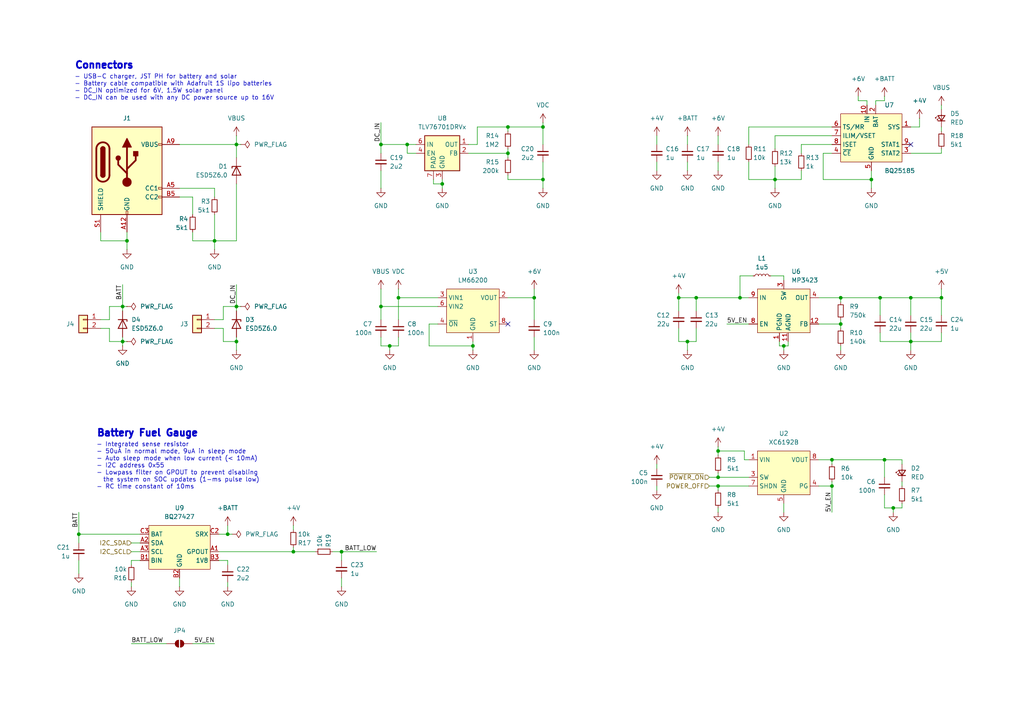
<source format=kicad_sch>
(kicad_sch (version 20231120) (generator "eeschema") (generator_version "8.0")
  (paper "A4")
  (junction (at 137.16 100.33))
  (junction (at 68.58 88.9))
  (junction (at 115.57 86.36))
  (junction (at 157.48 36.83))
  (junction (at 208.28 130.81))
  (junction (at 241.3 140.97))
  (junction (at 147.32 44.45))
  (junction (at 147.32 36.83))
  (junction (at 201.93 86.36))
  (junction (at 157.48 52.07))
  (junction (at 208.28 140.97))
  (junction (at 273.05 86.36))
  (junction (at 35.56 88.9))
  (junction (at 224.79 52.07))
  (junction (at 264.16 99.06))
  (junction (at 36.83 69.85))
  (junction (at 252.73 52.07))
  (junction (at 264.16 86.36))
  (junction (at 99.06 160.02))
  (junction (at 241.3 133.35))
  (junction (at 256.54 133.35))
  (junction (at 199.39 99.06))
  (junction (at 214.63 86.36))
  (junction (at 35.56 99.06))
  (junction (at 110.49 88.9))
  (junction (at 113.03 100.33))
  (junction (at 118.11 41.91))
  (junction (at 62.23 69.85))
  (junction (at 128.27 53.34))
  (junction (at 110.49 41.91))
  (junction (at 208.28 138.43))
  (junction (at 85.09 160.02))
  (junction (at 196.85 86.36))
  (junction (at 68.58 99.06))
  (junction (at 227.33 100.33))
  (junction (at 154.94 86.36))
  (junction (at 22.86 154.94))
  (junction (at 68.58 41.91))
  (junction (at 259.08 147.32))
  (junction (at 243.84 93.98))
  (junction (at 255.27 86.36))
  (junction (at 243.84 86.36))
  (junction (at 66.04 154.94))
  (no_connect (at 264.16 41.91))
  (no_connect (at 147.32 93.98))
  (wire (pts (xy 55.88 186.69) (xy 62.23 186.69)))
  (wire (pts (xy 205.74 138.43) (xy 208.28 138.43)))
  (wire (pts (xy 248.92 29.21) (xy 251.46 29.21)))
  (wire (pts (xy 208.28 147.32) (xy 208.28 148.59)))
  (wire (pts (xy 259.08 147.32) (xy 261.62 147.32)))
  (wire (pts (xy 238.76 44.45) (xy 241.3 44.45)))
  (wire (pts (xy 226.06 100.33) (xy 227.33 100.33)))
  (wire (pts (xy 157.48 52.07) (xy 147.32 52.07)))
  (wire (pts (xy 115.57 83.82) (xy 115.57 86.36)))
  (wire (pts (xy 38.1 168.91) (xy 38.1 170.18)))
  (wire (pts (xy 154.94 86.36) (xy 147.32 86.36)))
  (wire (pts (xy 190.5 46.99) (xy 190.5 49.53)))
  (wire (pts (xy 215.9 133.35) (xy 217.17 133.35)))
  (wire (pts (xy 256.54 147.32) (xy 259.08 147.32)))
  (wire (pts (xy 147.32 36.83) (xy 147.32 38.1)))
  (wire (pts (xy 273.05 43.18) (xy 273.05 44.45)))
  (wire (pts (xy 137.16 99.06) (xy 137.16 100.33)))
  (wire (pts (xy 255.27 86.36) (xy 264.16 86.36)))
  (wire (pts (xy 261.62 133.35) (xy 261.62 134.62)))
  (wire (pts (xy 199.39 99.06) (xy 196.85 99.06)))
  (wire (pts (xy 157.48 52.07) (xy 157.48 54.61)))
  (wire (pts (xy 115.57 100.33) (xy 115.57 97.79)))
  (wire (pts (xy 118.11 44.45) (xy 118.11 41.91)))
  (wire (pts (xy 147.32 43.18) (xy 147.32 44.45)))
  (wire (pts (xy 110.49 83.82) (xy 110.49 88.9)))
  (wire (pts (xy 190.5 134.62) (xy 190.5 135.89)))
  (wire (pts (xy 36.83 67.31) (xy 36.83 69.85)))
  (wire (pts (xy 208.28 137.16) (xy 208.28 138.43)))
  (wire (pts (xy 52.07 41.91) (xy 68.58 41.91)))
  (wire (pts (xy 208.28 39.37) (xy 208.28 41.91)))
  (wire (pts (xy 208.28 130.81) (xy 215.9 130.81)))
  (wire (pts (xy 248.92 27.94) (xy 248.92 29.21)))
  (wire (pts (xy 85.09 152.4) (xy 85.09 153.67)))
  (wire (pts (xy 208.28 129.54) (xy 208.28 130.81)))
  (wire (pts (xy 22.86 154.94) (xy 22.86 157.48)))
  (wire (pts (xy 273.05 83.82) (xy 273.05 86.36)))
  (wire (pts (xy 201.93 86.36) (xy 201.93 90.17)))
  (wire (pts (xy 254 29.21) (xy 254 30.48)))
  (wire (pts (xy 138.43 36.83) (xy 138.43 41.91)))
  (wire (pts (xy 38.1 160.02) (xy 40.64 160.02)))
  (wire (pts (xy 266.7 34.29) (xy 266.7 36.83)))
  (wire (pts (xy 261.62 139.7) (xy 261.62 140.97)))
  (wire (pts (xy 113.03 101.6) (xy 113.03 100.33)))
  (wire (pts (xy 52.07 57.15) (xy 55.88 57.15)))
  (wire (pts (xy 124.46 93.98) (xy 127 93.98)))
  (wire (pts (xy 35.56 88.9) (xy 35.56 90.17)))
  (wire (pts (xy 224.79 52.07) (xy 224.79 48.26)))
  (wire (pts (xy 273.05 36.83) (xy 273.05 38.1)))
  (wire (pts (xy 137.16 100.33) (xy 124.46 100.33)))
  (wire (pts (xy 38.1 186.69) (xy 48.26 186.69)))
  (wire (pts (xy 214.63 86.36) (xy 217.17 86.36)))
  (wire (pts (xy 273.05 44.45) (xy 264.16 44.45)))
  (wire (pts (xy 252.73 49.53) (xy 252.73 52.07)))
  (wire (pts (xy 190.5 39.37) (xy 190.5 41.91)))
  (wire (pts (xy 135.89 44.45) (xy 147.32 44.45)))
  (wire (pts (xy 210.82 93.98) (xy 217.17 93.98)))
  (wire (pts (xy 201.93 86.36) (xy 196.85 86.36)))
  (wire (pts (xy 68.58 88.9) (xy 69.85 88.9)))
  (wire (pts (xy 147.32 52.07) (xy 147.32 50.8)))
  (wire (pts (xy 154.94 83.82) (xy 154.94 86.36)))
  (wire (pts (xy 273.05 86.36) (xy 273.05 91.44)))
  (wire (pts (xy 237.49 93.98) (xy 243.84 93.98)))
  (wire (pts (xy 252.73 52.07) (xy 252.73 54.61)))
  (wire (pts (xy 68.58 99.06) (xy 68.58 101.6)))
  (wire (pts (xy 199.39 46.99) (xy 199.39 49.53)))
  (wire (pts (xy 224.79 39.37) (xy 224.79 43.18)))
  (wire (pts (xy 124.46 100.33) (xy 124.46 93.98)))
  (wire (pts (xy 232.41 52.07) (xy 232.41 49.53)))
  (wire (pts (xy 137.16 100.33) (xy 137.16 101.6)))
  (wire (pts (xy 190.5 140.97) (xy 190.5 142.24)))
  (wire (pts (xy 68.58 53.34) (xy 68.58 69.85)))
  (wire (pts (xy 115.57 86.36) (xy 115.57 92.71)))
  (wire (pts (xy 232.41 44.45) (xy 232.41 41.91)))
  (wire (pts (xy 99.06 160.02) (xy 109.22 160.02)))
  (wire (pts (xy 273.05 99.06) (xy 273.05 96.52)))
  (wire (pts (xy 31.75 95.25) (xy 31.75 99.06)))
  (wire (pts (xy 62.23 69.85) (xy 62.23 72.39)))
  (wire (pts (xy 138.43 36.83) (xy 147.32 36.83)))
  (wire (pts (xy 120.65 44.45) (xy 118.11 44.45)))
  (wire (pts (xy 154.94 86.36) (xy 154.94 92.71)))
  (wire (pts (xy 199.39 39.37) (xy 199.39 41.91)))
  (wire (pts (xy 147.32 44.45) (xy 147.32 45.72)))
  (wire (pts (xy 227.33 100.33) (xy 228.6 100.33)))
  (wire (pts (xy 256.54 27.94) (xy 256.54 29.21)))
  (wire (pts (xy 243.84 92.71) (xy 243.84 93.98)))
  (wire (pts (xy 196.85 86.36) (xy 196.85 90.17)))
  (wire (pts (xy 227.33 101.6) (xy 227.33 100.33)))
  (wire (pts (xy 36.83 69.85) (xy 36.83 72.39)))
  (wire (pts (xy 256.54 133.35) (xy 256.54 138.43)))
  (wire (pts (xy 110.49 88.9) (xy 110.49 92.71)))
  (wire (pts (xy 264.16 99.06) (xy 273.05 99.06)))
  (wire (pts (xy 251.46 29.21) (xy 251.46 30.48)))
  (wire (pts (xy 125.73 53.34) (xy 128.27 53.34)))
  (wire (pts (xy 115.57 86.36) (xy 127 86.36)))
  (wire (pts (xy 273.05 86.36) (xy 264.16 86.36)))
  (wire (pts (xy 241.3 133.35) (xy 241.3 134.62)))
  (wire (pts (xy 256.54 29.21) (xy 254 29.21)))
  (wire (pts (xy 241.3 133.35) (xy 256.54 133.35)))
  (wire (pts (xy 64.77 88.9) (xy 68.58 88.9)))
  (wire (pts (xy 62.23 95.25) (xy 64.77 95.25)))
  (wire (pts (xy 224.79 52.07) (xy 232.41 52.07)))
  (wire (pts (xy 66.04 154.94) (xy 63.5 154.94)))
  (wire (pts (xy 227.33 80.01) (xy 227.33 81.28)))
  (wire (pts (xy 113.03 100.33) (xy 115.57 100.33)))
  (wire (pts (xy 217.17 52.07) (xy 224.79 52.07)))
  (wire (pts (xy 241.3 139.7) (xy 241.3 140.97)))
  (wire (pts (xy 232.41 41.91) (xy 241.3 41.91)))
  (wire (pts (xy 237.49 133.35) (xy 241.3 133.35)))
  (wire (pts (xy 35.56 88.9) (xy 36.83 88.9)))
  (wire (pts (xy 243.84 100.33) (xy 243.84 101.6)))
  (wire (pts (xy 237.49 140.97) (xy 241.3 140.97)))
  (wire (pts (xy 264.16 86.36) (xy 264.16 91.44)))
  (wire (pts (xy 55.88 69.85) (xy 62.23 69.85)))
  (wire (pts (xy 69.85 41.91) (xy 68.58 41.91)))
  (wire (pts (xy 99.06 167.64) (xy 99.06 170.18)))
  (wire (pts (xy 208.28 46.99) (xy 208.28 49.53)))
  (wire (pts (xy 40.64 162.56) (xy 38.1 162.56)))
  (wire (pts (xy 215.9 130.81) (xy 215.9 133.35)))
  (wire (pts (xy 238.76 52.07) (xy 252.73 52.07)))
  (wire (pts (xy 147.32 36.83) (xy 157.48 36.83)))
  (wire (pts (xy 199.39 99.06) (xy 201.93 99.06)))
  (wire (pts (xy 38.1 162.56) (xy 38.1 163.83)))
  (wire (pts (xy 64.77 99.06) (xy 68.58 99.06)))
  (wire (pts (xy 223.52 80.01) (xy 227.33 80.01)))
  (wire (pts (xy 66.04 162.56) (xy 66.04 163.83)))
  (wire (pts (xy 243.84 86.36) (xy 255.27 86.36)))
  (wire (pts (xy 64.77 95.25) (xy 64.77 99.06)))
  (wire (pts (xy 125.73 52.07) (xy 125.73 53.34)))
  (wire (pts (xy 66.04 152.4) (xy 66.04 154.94)))
  (wire (pts (xy 255.27 99.06) (xy 255.27 96.52)))
  (wire (pts (xy 196.85 85.09) (xy 196.85 86.36)))
  (wire (pts (xy 63.5 160.02) (xy 85.09 160.02)))
  (wire (pts (xy 201.93 86.36) (xy 214.63 86.36)))
  (wire (pts (xy 62.23 62.23) (xy 62.23 69.85)))
  (wire (pts (xy 157.48 36.83) (xy 157.48 41.91)))
  (wire (pts (xy 55.88 69.85) (xy 55.88 67.31)))
  (wire (pts (xy 29.21 95.25) (xy 31.75 95.25)))
  (wire (pts (xy 35.56 97.79) (xy 35.56 99.06)))
  (wire (pts (xy 128.27 52.07) (xy 128.27 53.34)))
  (wire (pts (xy 96.52 160.02) (xy 99.06 160.02)))
  (wire (pts (xy 63.5 162.56) (xy 66.04 162.56)))
  (wire (pts (xy 110.49 88.9) (xy 127 88.9)))
  (wire (pts (xy 110.49 100.33) (xy 110.49 97.79)))
  (wire (pts (xy 64.77 92.71) (xy 64.77 88.9)))
  (wire (pts (xy 118.11 41.91) (xy 120.65 41.91)))
  (wire (pts (xy 243.84 86.36) (xy 243.84 87.63)))
  (wire (pts (xy 99.06 160.02) (xy 99.06 162.56)))
  (wire (pts (xy 31.75 88.9) (xy 35.56 88.9)))
  (wire (pts (xy 29.21 92.71) (xy 31.75 92.71)))
  (wire (pts (xy 68.58 39.37) (xy 68.58 41.91)))
  (wire (pts (xy 110.49 49.53) (xy 110.49 54.61)))
  (wire (pts (xy 256.54 133.35) (xy 261.62 133.35)))
  (wire (pts (xy 31.75 92.71) (xy 31.75 88.9)))
  (wire (pts (xy 22.86 162.56) (xy 22.86 166.37)))
  (wire (pts (xy 208.28 130.81) (xy 208.28 132.08)))
  (wire (pts (xy 237.49 86.36) (xy 243.84 86.36)))
  (wire (pts (xy 266.7 36.83) (xy 264.16 36.83)))
  (wire (pts (xy 205.74 140.97) (xy 208.28 140.97)))
  (wire (pts (xy 62.23 92.71) (xy 64.77 92.71)))
  (wire (pts (xy 208.28 140.97) (xy 208.28 142.24)))
  (wire (pts (xy 31.75 99.06) (xy 35.56 99.06)))
  (wire (pts (xy 208.28 138.43) (xy 217.17 138.43)))
  (wire (pts (xy 264.16 99.06) (xy 264.16 101.6)))
  (wire (pts (xy 217.17 41.91) (xy 217.17 36.83)))
  (wire (pts (xy 68.58 97.79) (xy 68.58 99.06)))
  (wire (pts (xy 66.04 168.91) (xy 66.04 170.18)))
  (wire (pts (xy 62.23 69.85) (xy 68.58 69.85)))
  (wire (pts (xy 214.63 80.01) (xy 218.44 80.01)))
  (wire (pts (xy 52.07 167.64) (xy 52.07 170.18)))
  (wire (pts (xy 226.06 100.33) (xy 226.06 99.06)))
  (wire (pts (xy 68.58 82.55) (xy 68.58 88.9)))
  (wire (pts (xy 157.48 35.56) (xy 157.48 36.83)))
  (wire (pts (xy 241.3 140.97) (xy 241.3 148.59)))
  (wire (pts (xy 22.86 148.59) (xy 22.86 154.94)))
  (wire (pts (xy 273.05 30.48) (xy 273.05 31.75)))
  (wire (pts (xy 208.28 140.97) (xy 217.17 140.97)))
  (wire (pts (xy 264.16 96.52) (xy 264.16 99.06)))
  (wire (pts (xy 256.54 143.51) (xy 256.54 147.32)))
  (wire (pts (xy 154.94 97.79) (xy 154.94 101.6)))
  (wire (pts (xy 66.04 154.94) (xy 67.31 154.94)))
  (wire (pts (xy 68.58 45.72) (xy 68.58 41.91)))
  (wire (pts (xy 29.21 67.31) (xy 29.21 69.85)))
  (wire (pts (xy 201.93 95.25) (xy 201.93 99.06)))
  (wire (pts (xy 85.09 160.02) (xy 91.44 160.02)))
  (wire (pts (xy 255.27 99.06) (xy 264.16 99.06)))
  (wire (pts (xy 62.23 54.61) (xy 62.23 57.15)))
  (wire (pts (xy 55.88 57.15) (xy 55.88 62.23)))
  (wire (pts (xy 29.21 69.85) (xy 36.83 69.85)))
  (wire (pts (xy 217.17 46.99) (xy 217.17 52.07)))
  (wire (pts (xy 217.17 36.83) (xy 241.3 36.83)))
  (wire (pts (xy 35.56 99.06) (xy 36.83 99.06)))
  (wire (pts (xy 228.6 99.06) (xy 228.6 100.33)))
  (wire (pts (xy 35.56 82.55) (xy 35.56 88.9)))
  (wire (pts (xy 113.03 100.33) (xy 110.49 100.33)))
  (wire (pts (xy 110.49 41.91) (xy 110.49 44.45)))
  (wire (pts (xy 22.86 154.94) (xy 40.64 154.94)))
  (wire (pts (xy 241.3 39.37) (xy 224.79 39.37)))
  (wire (pts (xy 255.27 86.36) (xy 255.27 91.44)))
  (wire (pts (xy 196.85 99.06) (xy 196.85 95.25)))
  (wire (pts (xy 52.07 54.61) (xy 62.23 54.61)))
  (wire (pts (xy 157.48 46.99) (xy 157.48 52.07)))
  (wire (pts (xy 238.76 44.45) (xy 238.76 52.07)))
  (wire (pts (xy 214.63 86.36) (xy 214.63 80.01)))
  (wire (pts (xy 261.62 146.05) (xy 261.62 147.32)))
  (wire (pts (xy 68.58 88.9) (xy 68.58 90.17)))
  (wire (pts (xy 35.56 99.06) (xy 35.56 100.33)))
  (wire (pts (xy 85.09 158.75) (xy 85.09 160.02)))
  (wire (pts (xy 227.33 146.05) (xy 227.33 148.59)))
  (wire (pts (xy 110.49 41.91) (xy 118.11 41.91)))
  (wire (pts (xy 138.43 41.91) (xy 135.89 41.91)))
  (wire (pts (xy 128.27 53.34) (xy 128.27 54.61)))
  (wire (pts (xy 224.79 54.61) (xy 224.79 52.07)))
  (wire (pts (xy 38.1 157.48) (xy 40.64 157.48)))
  (wire (pts (xy 199.39 101.6) (xy 199.39 99.06)))
  (wire (pts (xy 110.49 35.56) (xy 110.49 41.91)))
  (wire (pts (xy 259.08 147.32) (xy 259.08 148.59)))
  (wire (pts (xy 243.84 93.98) (xy 243.84 95.25)))
  (text "- Iq 10nA in shutdown\n- ~{POWER_ON} pull low to wake from sleep\n- Pulse SHDN high to enter sleep mode\n" (at 302.26 133.35 0) (effects (font (size 1.27 1.27)) (justify left top)))
  (text "Battery Charger" (at 208.28 -20.32 0) (effects (font (size 2 2) (thickness 0.508) (bold yes)) (justify left)))
  (text "Linear Regulator" (at 129.54 -38.1 0) (effects (font (size 2 2) (thickness 0.508) (bold yes)) (justify left)))
  (text "Power Multiplexer" (at 129.54 -19.05 0) (effects (font (size 2 2) (thickness 0.508) (bold yes)) (justify left)))
  (text "Battery Fuel Gauge" (at 27.94 125.73 0) (effects (font (size 2 2) (thickness 0.508) (bold yes)) (justify left)))
  (text "Load Switch" (at 302.26 130.81 0) (effects (font (size 2 2) (thickness 0.508) (bold yes)) (justify left)))
  (text "5V Boost Converter" (at 302.26 86.36 0) (effects (font (size 2 2) (thickness 0.508) (bold yes)) (justify left)))
  (text "- Input current limit of 1A\n- Charge voltage 4.2V\n- Fast charge current 500mA\n" (at 208.28 -17.78 0) (effects (font (size 1.27 1.27)) (justify left top)))
  (text "- USB-C charger, JST PH for battery and solar\n- Battery cable compatible with Adafruit 1S lipo batteries\n- DC_IN optimized for 6V, 1.5W solar panel\n- DC_IN can be used with any DC power source up to 16V" (at 21.59 21.59 0) (effects (font (size 1.27 1.27)) (justify left top)))
  (text "- Input 1.6V - 5.5V\n- Up to 2.5A per channel\n- 1.32uA Iq" (at 129.54 -16.51 0) (effects (font (size 1.27 1.27)) (justify left top)))
  (text "Connectors" (at 21.59 19.05 0) (effects (font (size 2 2) (thickness 0.508) (bold yes)) (justify left)))
  (text "- VDC set point to 5.6V\n- VDC tracks DC_IN when DC_IN < 5.6 + V_DO\n- V_DO is 0.4V @ 500mA\n- VDC 2.5V - 16V\n- Iout up to 1A\n- Iq is 50 uA (1.5uA in shutdown)" (at 129.54 -35.56 0) (effects (font (size 1.27 1.27)) (justify left top)))
  (text "- Output 5.13V, 3A\n- 0.807*(1+R1/R2)\n- R1 > 600k\n- Low ESR caps\n- EN high when > 1.2V" (at 302.26 88.9 0) (effects (font (size 1.27 1.27)) (justify left top)))
  (text "- Integrated sense resistor\n- 50uA in normal mode, 9uA in sleep mode\n- Auto sleep mode when low current (< 10mA)\n- I2C address 0x55\n- Lowpass filter on GPOUT to prevent disabling \n  the system on SOC updates (1-ms pulse low)\n- RC time constant of 10ms" (at 27.94 128.27 0) (effects (font (size 1.27 1.27)) (justify left top)))
  (label "5V_EN" (at 210.82 93.98 0))
  (label "BATT_LOW" (at 109.22 160.02 180))
  (label "5V_EN" (at 62.23 186.69 180))
  (label "BATT" (at 35.56 82.55 270))
  (label "DC_IN" (at 68.58 82.55 270))
  (label "5V_EN" (at 241.3 148.59 90))
  (label "DC_IN" (at 110.49 35.56 270))
  (label "BATT_LOW" (at 38.1 186.69 0))
  (label "BATT" (at 22.86 148.59 270))
  (hierarchical_label "~{POWER_ON}" (shape input) (at 205.74 138.43 180))
  (hierarchical_label "POWER_OFF" (shape input) (at 205.74 140.97 180))
  (hierarchical_label "I2C_SDA" (shape input) (at 38.1 157.48 180))
  (hierarchical_label "I2C_SCL" (shape input) (at 38.1 160.02 180))
  (symbol (lib_id "Device:R_Small") (at 208.28 144.78 0) (unit 1)
    (property "Reference" "R8" (at 210.82 143.51 0) (effects (justify left)))
    (property "Value" "5k1" (at 210.82 146.05 0) (effects (justify left)))
    (property "Footprint" "Resistor_SMD:R_0402_1005Metric" (effects (hide yes)))
    (property "Description" "generic 0603 resistor, 1/10W, 1%" (effects (hide yes)))
  )
  (symbol (lib_id "power:GND") (at 224.79 54.61 0) (unit 1)
    (property "Reference" "#PWR056" (effects (hide yes)))
    (property "Value" "GND" (at 224.79 59.69 0))
    (property "Description" "Power symbol creates a global label with name \"GND\" , ground" (effects (hide yes)))
  )
  (symbol (lib_id "power:GND") (at 110.49 54.61 0) (unit 1)
    (property "Reference" "#PWR024" (effects (hide yes)))
    (property "Value" "GND" (at 110.49 59.69 0))
    (property "Description" "Power symbol creates a global label with name \"GND\" , ground" (effects (hide yes)))
  )
  (symbol (lib_id "power:+6V") (at 248.92 27.94 0) (unit 1)
    (property "Reference" "#PWR047" (effects (hide yes)))
    (property "Value" "+6V" (at 248.92 22.86 0))
    (property "Description" "Power symbol creates a global label with name \"+6V\"" (effects (hide yes)))
  )
  (symbol (lib_id "power:PWR_FLAG") (at 36.83 88.9 270) (unit 1)
    (property "Reference" "#FLG04" (effects (hide yes)))
    (property "Value" "PWR_FLAG" (at 40.64 88.8999 90) (effects (justify left)))
    (property "Description" "Special symbol for telling ERC where power comes from" (effects (hide yes)))
  )
  (symbol (lib_id "Device:C_Small") (at 273.05 93.98 0) (unit 1)
    (property "Reference" "C24" (at 275.59 92.7162 0) (effects (justify left)))
    (property "Value" "1u" (at 275.59 95.2562 0) (effects (justify left)))
    (property "Footprint" "Capacitor_SMD:C_0402_1005Metric" (effects (hide yes)))
    (property "Description" "generic 0603 capacitor, 10V, low ESR" (effects (hide yes)))
  )
  (symbol (lib_id "power:GND") (at 22.86 166.37 0) (unit 1)
    (property "Reference" "#PWR060" (effects (hide yes)))
    (property "Value" "GND" (at 22.86 171.45 0))
    (property "Description" "Power symbol creates a global label with name \"GND\" , ground" (effects (hide yes)))
  )
  (symbol (lib_id "power:GND") (at 264.16 101.6 0) (unit 1)
    (property "Reference" "#PWR046" (effects (hide yes)))
    (property "Value" "GND" (at 264.16 106.68 0))
    (property "Description" "Power symbol creates a global label with name \"GND\" , ground" (effects (hide yes)))
  )
  (symbol (lib_id "Device:R_Small") (at 224.79 45.72 0) (mirror y) (unit 1)
    (property "Reference" "R12" (at 226.06 44.45 0) (effects (justify right)))
    (property "Value" "13k" (at 226.06 46.99 0) (effects (justify right)))
    (property "Footprint" "Resistor_SMD:R_0402_1005Metric" (effects (hide yes)))
    (property "Description" "generic 0603 resistor, 1/10W" (effects (hide yes)))
  )
  (symbol (lib_id "power:GND") (at 52.07 170.18 0) (unit 1)
    (property "Reference" "#PWR063" (effects (hide yes)))
    (property "Value" "GND" (at 52.07 175.26 0))
    (property "Description" "Power symbol creates a global label with name \"GND\" , ground" (effects (hide yes)))
  )
  (symbol (lib_id "power:GND") (at 199.39 101.6 0) (unit 1)
    (property "Reference" "#PWR043" (effects (hide yes)))
    (property "Value" "GND" (at 199.39 106.68 0))
    (property "Description" "Power symbol creates a global label with name \"GND\" , ground" (effects (hide yes)))
  )
  (symbol (lib_id "Device:R_Small") (at 147.32 40.64 0) (mirror y) (unit 1)
    (property "Reference" "R14" (at 144.78 39.3699 0) (effects (justify left)))
    (property "Value" "1M2" (at 144.78 41.9099 0) (effects (justify left)))
    (property "Footprint" "Resistor_SMD:R_0402_1005Metric" (effects (hide yes)))
    (property "Description" "Resistor, small symbol" (effects (hide yes)))
  )
  (symbol (lib_id "Device:R_Small") (at 273.05 40.64 180) (unit 1)
    (property "Reference" "R18" (at 275.59 39.3699 0) (effects (justify right)))
    (property "Value" "5k1" (at 275.59 41.9099 0) (effects (justify right)))
    (property "Footprint" "Resistor_SMD:R_0402_1005Metric" (effects (hide yes)))
    (property "Description" "generic 0603 resistor, 1/10W, 1%" (effects (hide yes)))
  )
  (symbol (lib_id "power:GND") (at 99.06 170.18 0) (unit 1)
    (property "Reference" "#PWR068" (effects (hide yes)))
    (property "Value" "GND" (at 99.06 175.26 0))
    (property "Description" "Power symbol creates a global label with name \"GND\" , ground" (effects (hide yes)))
  )
  (symbol (lib_id "power:GND") (at 154.94 101.6 0) (unit 1)
    (property "Reference" "#PWR032" (effects (hide yes)))
    (property "Value" "GND" (at 154.94 106.68 0))
    (property "Description" "Power symbol creates a global label with name \"GND\" , ground" (effects (hide yes)))
  )
  (symbol (lib_id "power:GND") (at 137.16 101.6 0) (unit 1)
    (property "Reference" "#PWR031" (effects (hide yes)))
    (property "Value" "GND" (at 137.16 106.68 0))
    (property "Description" "Power symbol creates a global label with name \"GND\" , ground" (effects (hide yes)))
  )
  (symbol (lib_id "power:GND") (at 128.27 54.61 0) (unit 1)
    (property "Reference" "#PWR061" (effects (hide yes)))
    (property "Value" "GND" (at 128.27 59.69 0))
    (property "Description" "Power symbol creates a global label with name \"GND\" , ground" (effects (hide yes)))
  )
  (symbol (lib_id "Device:C_Small") (at 190.5 44.45 0) (unit 1)
    (property "Reference" "C16" (at 193.04 43.1862 0) (effects (justify left)))
    (property "Value" "1u" (at 193.04 45.7262 0) (effects (justify left)))
    (property "Footprint" "Capacitor_SMD:C_0402_1005Metric" (effects (hide yes)))
    (property "Description" "generic 0603 capacitor, 10V, low ESR" (effects (hide yes)))
  )
  (symbol (lib_id "power:GND") (at 252.73 54.61 0) (unit 1)
    (property "Reference" "#PWR057" (effects (hide yes)))
    (property "Value" "GND" (at 252.73 59.69 0))
    (property "Description" "Power symbol creates a global label with name \"GND\" , ground" (effects (hide yes)))
  )
  (symbol (lib_id "power:+4V") (at 208.28 129.54 0) (unit 1)
    (property "Reference" "#PWR016" (effects (hide yes)))
    (property "Value" "+4V" (at 208.28 124.46 0))
    (property "Description" "Power symbol creates a global label with name \"+4V\"" (effects (hide yes)))
  )
  (symbol (lib_id "Device:R_Small") (at 232.41 46.99 0) (unit 1)
    (property "Reference" "R13" (at 233.68 45.72 0) (effects (justify left)))
    (property "Value" "1k" (at 233.68 48.26 0) (effects (justify left)))
    (property "Footprint" "Resistor_SMD:R_0402_1005Metric" (effects (hide yes)))
    (property "Description" "generic 0603 resistor, 1/10W" (effects (hide yes)))
  )
  (symbol (lib_id "power:GND") (at 190.5 142.24 0) (unit 1)
    (property "Reference" "#PWR020" (effects (hide yes)))
    (property "Value" "GND" (at 190.5 147.32 0))
    (property "Description" "Power symbol creates a global label with name \"GND\" , ground" (effects (hide yes)))
  )
  (symbol (lib_id "power:VBUS") (at 110.49 83.82 0) (unit 1)
    (property "Reference" "#PWR027" (effects (hide yes)))
    (property "Value" "VBUS" (at 110.49 78.74 0))
    (property "Description" "Power symbol creates a global label with name \"VBUS\"" (effects (hide yes)))
  )
  (symbol (lib_id "power:GND") (at 35.56 100.33 0) (unit 1)
    (property "Reference" "#PWR025" (effects (hide yes)))
    (property "Value" "GND" (at 35.56 105.41 0))
    (property "Description" "Power symbol creates a global label with name \"GND\" , ground" (effects (hide yes)))
  )
  (symbol (lib_id "Diode:ESD5Zxx") (at 68.58 93.98 270) (unit 1)
    (property "Reference" "D3" (at 71.12 92.7099 90) (effects (justify left)))
    (property "Value" "ESD5Z6.0" (at 71.12 95.2499 90) (effects (justify left)))
    (property "Footprint" "Diode_SMD:D_SOD-523" (effects (hide yes)))
    (property "Datasheet" "https://www.onsemi.com/pdf/datasheet/esd5z2.5t1-d.pdf" (effects (hide yes)))
    (property "Description" "generic ESD protection diode, SOD-523, 6V VWM" (effects (hide yes)))
    (property "MPN" "ESD5Z6.0T1G" (effects (hide yes)))
    (property "DigiKey" "ESD5Z6.0T1GOSCT-ND" (effects (hide yes)))
    (property "LCSC" "C2890110" (effects (hide yes)))
  )
  (symbol (lib_id "power:+BATT") (at 66.04 152.4 0) (unit 1)
    (property "Reference" "#PWR019" (effects (hide yes)))
    (property "Value" "+BATT" (at 66.04 147.32 0))
    (property "Description" "Power symbol creates a global label with name \"+BATT\"" (effects (hide yes)))
  )
  (symbol (lib_id "Jumper:SolderJumper_2_Open") (at 52.07 186.69 180) (unit 1) (exclude_from_sim yes) (in_bom no)
    (property "Reference" "JP4" (at 52.07 182.88 0))
    (property "Value" "SolderJumper_2_Open" (effects (hide yes)))
    (property "Footprint" "Jumper:SolderJumper-2_P1.3mm_Open_RoundedPad1.0x1.5mm" (effects (hide yes)))
    (property "Description" "Solder Jumper, 2-pole, open" (effects (hide yes)))
  )
  (symbol (lib_id "Device:R_Small") (at 38.1 166.37 180) (unit 1)
    (property "Reference" "R16" (at 36.83 167.64 0) (effects (justify left)))
    (property "Value" "10k" (at 36.83 165.1 0) (effects (justify left)))
    (property "Footprint" "Resistor_SMD:R_0402_1005Metric" (effects (hide yes)))
    (property "Description" "generic 0603 resistor, 1/10W, 1%" (effects (hide yes)))
  )
  (symbol (lib_id "power:+5V") (at 273.05 83.82 0) (unit 1)
    (property "Reference" "#PWR033" (effects (hide yes)))
    (property "Value" "+5V" (at 273.05 78.74 0))
    (property "Description" "Power symbol creates a global label with name \"+5V\"" (effects (hide yes)))
  )
  (symbol (lib_id "power:+4V") (at 266.7 34.29 0) (unit 1)
    (property "Reference" "#PWR049" (effects (hide yes)))
    (property "Value" "+4V" (at 266.7 29.21 0))
    (property "Description" "Power symbol creates a global label with name \"+4V\"" (effects (hide yes)))
  )
  (symbol (lib_id "Device:C_Small") (at 190.5 138.43 0) (mirror y) (unit 1)
    (property "Reference" "C5" (at 187.96 137.1662 0) (effects (justify left)))
    (property "Value" "100n" (at 187.96 139.7062 0) (effects (justify left)))
    (property "Footprint" "Capacitor_SMD:C_0402_1005Metric" (effects (hide yes)))
    (property "Description" "generic 0603 capacitor, 10V, low ESR" (effects (hide yes)))
  )
  (symbol (lib_id "power:PWR_FLAG") (at 69.85 88.9 270) (unit 1)
    (property "Reference" "#FLG03" (effects (hide yes)))
    (property "Value" "PWR_FLAG" (at 73.66 88.8999 90) (effects (justify left)))
    (property "Description" "Special symbol for telling ERC where power comes from" (effects (hide yes)))
  )
  (symbol (lib_id "Device:R_Small") (at 243.84 97.79 0) (unit 1)
    (property "Reference" "R10" (at 246.38 96.5199 0) (effects (justify left)))
    (property "Value" "140k" (at 246.38 99.0599 0) (effects (justify left)))
    (property "Footprint" "Resistor_SMD:R_0402_1005Metric" (effects (hide yes)))
    (property "Description" "generic 0603 resistor, 1/10W, 1%" (effects (hide yes)))
  )
  (symbol (lib_id "power:GND") (at 66.04 170.18 0) (unit 1)
    (property "Reference" "#PWR064" (effects (hide yes)))
    (property "Value" "GND" (at 66.04 175.26 0))
    (property "Description" "Power symbol creates a global label with name \"GND\" , ground" (effects (hide yes)))
  )
  (symbol (lib_id "power:GND") (at 243.84 101.6 0) (unit 1)
    (property "Reference" "#PWR045" (effects (hide yes)))
    (property "Value" "GND" (at 243.84 106.68 0))
    (property "Description" "Power symbol creates a global label with name \"GND\" , ground" (effects (hide yes)))
  )
  (symbol (lib_id "power:+6V") (at 208.28 39.37 0) (unit 1)
    (property "Reference" "#PWR052" (effects (hide yes)))
    (property "Value" "+6V" (at 208.28 34.29 0))
    (property "Description" "Power symbol creates a global label with name \"+6V\"" (effects (hide yes)))
  )
  (symbol (lib_id "Device:L_Small") (at 220.98 80.01 90) (unit 1)
    (property "Reference" "L1" (at 220.98 74.93 90))
    (property "Value" "1u5" (at 220.98 77.47 90))
    (property "Footprint" "gworkman_device:L_Vishay_IHLP-2525" (effects (hide yes)))
    (property "Description" "1.5uH inductor, 9A, low DCR, 2525 footprint" (effects (hide yes)))
    (property "MPN" "IHLP2525CZER1R5M01" (effects (hide yes)))
    (property "DigiKey" "541-1007-1-ND" (effects (hide yes)))
    (property "LCSC" "C845020" (effects (hide yes)))
  )
  (symbol (lib_id "Device:C_Small") (at 115.57 95.25 0) (unit 1)
    (property "Reference" "C8" (at 118.11 93.9862 0) (effects (justify left)))
    (property "Value" "100n" (at 118.11 96.5262 0) (effects (justify left)))
    (property "Footprint" "Capacitor_SMD:C_0402_1005Metric" (effects (hide yes)))
    (property "Description" "generic 0603 capacitor, 10V, low ESR" (effects (hide yes)))
  )
  (symbol (lib_id "gworkman_power:MP3423") (at 227.33 90.17 0) (unit 1)
    (property "Reference" "U6" (at 229.5241 78.74 0) (effects (justify left)))
    (property "Value" "MP3423" (at 229.5241 81.28 0) (effects (justify left)))
    (property "Footprint" "gworkman_power:MPS_PowerQFN-14_2x2mm" (effects (hide yes)))
    (property "Datasheet" "https://www.monolithicpower.com/en/documentview/productdocument/index/version/2/document_type/Datasheet/lang/en/sku/MP3423/document_id/1159" (effects (hide yes)))
    (property "Description" "High-efficiency step-up converter, 1.9-5.5V input, 5V output, 3.1A load, 98% efficiency" (effects (hide yes)))
    (property "MPN" "MP3423GG-Z" (effects (hide yes)))
    (property "DigiKey" "1589-1642-1-ND" (effects (hide yes)))
    (property "LCSC" "C2682483" (effects (hide yes)))
  )
  (symbol (lib_id "power:GND") (at 199.39 49.53 0) (unit 1)
    (property "Reference" "#PWR054" (effects (hide yes)))
    (property "Value" "GND" (at 199.39 54.61 0))
    (property "Description" "Power symbol creates a global label with name \"GND\" , ground" (effects (hide yes)))
  )
  (symbol (lib_id "power:PWR_FLAG") (at 69.85 41.91 270) (unit 1)
    (property "Reference" "#FLG02" (effects (hide yes)))
    (property "Value" "PWR_FLAG" (at 73.66 41.9099 90) (effects (justify left)))
    (property "Description" "Special symbol for telling ERC where power comes from" (effects (hide yes)))
  )
  (symbol (lib_id "Device:C_Small") (at 196.85 92.71 0) (mirror y) (unit 1)
    (property "Reference" "C12" (at 194.31 91.4462 0) (effects (justify left)))
    (property "Value" "22u" (at 194.31 93.9862 0) (effects (justify left)))
    (property "Footprint" "Capacitor_SMD:C_0805_2012Metric" (effects (hide yes)))
    (property "Description" "22uF 0804 ceramic capacitor, low ESR (X5R or X7R)" (effects (hide yes)))
  )
  (symbol (lib_id "Device:C_Small") (at 22.86 160.02 0) (mirror y) (unit 1)
    (property "Reference" "C21" (at 20.32 158.7562 0) (effects (justify left)))
    (property "Value" "1u" (at 20.32 161.2962 0) (effects (justify left)))
    (property "Footprint" "Capacitor_SMD:C_0402_1005Metric" (effects (hide yes)))
    (property "Description" "generic 0603 capacitor, 10V, low ESR" (effects (hide yes)))
  )
  (symbol (lib_id "power:+4V") (at 85.09 152.4 0) (unit 1)
    (property "Reference" "#PWR066" (effects (hide yes)))
    (property "Value" "+4V" (at 85.09 147.32 0))
    (property "Description" "Power symbol creates a global label with name \"+4V\"" (effects (hide yes)))
  )
  (symbol (lib_id "power:VDC") (at 157.48 35.56 0) (unit 1)
    (property "Reference" "#PWR018" (effects (hide yes)))
    (property "Value" "VDC" (at 157.48 30.48 0))
    (property "Description" "Power symbol creates a global label with name \"VDC\"" (effects (hide yes)))
  )
  (symbol (lib_id "power:PWR_FLAG") (at 36.83 99.06 270) (unit 1)
    (property "Reference" "#FLG05" (effects (hide yes)))
    (property "Value" "PWR_FLAG" (at 40.64 99.0599 90) (effects (justify left)))
    (property "Description" "Special symbol for telling ERC where power comes from" (effects (hide yes)))
  )
  (symbol (lib_id "Device:R_Small") (at 85.09 156.21 0) (mirror x) (unit 1)
    (property "Reference" "R17" (at 86.36 157.48 0) (effects (justify left)))
    (property "Value" "10k" (at 86.36 154.94 0) (effects (justify left)))
    (property "Footprint" "Resistor_SMD:R_0402_1005Metric" (effects (hide yes)))
    (property "Description" "generic 0603 resistor, 1/10W, 1%" (effects (hide yes)))
  )
  (symbol (lib_id "power:GND") (at 62.23 72.39 0) (unit 1)
    (property "Reference" "#PWR015" (effects (hide yes)))
    (property "Value" "GND" (at 62.23 77.47 0))
    (property "Description" "Power symbol creates a global label with name \"GND\" , ground" (effects (hide yes)))
  )
  (symbol (lib_id "power:PWR_FLAG") (at 67.31 154.94 270) (unit 1)
    (property "Reference" "#FLG06" (effects (hide yes)))
    (property "Value" "PWR_FLAG" (at 71.12 154.9399 90) (effects (justify left)))
    (property "Description" "Special symbol for telling ERC where power comes from" (effects (hide yes)))
  )
  (symbol (lib_id "Device:R_Small") (at 55.88 64.77 0) (unit 1)
    (property "Reference" "R4" (at 54.61 63.5 0) (effects (justify right)))
    (property "Value" "5k1" (at 54.61 66.04 0) (effects (justify right)))
    (property "Footprint" "Resistor_SMD:R_0402_1005Metric" (effects (hide yes)))
    (property "Description" "generic 0603 resistor, 1/10W, 1%" (effects (hide yes)))
  )
  (symbol (lib_id "Device:R_Small") (at 241.3 137.16 180) (unit 1)
    (property "Reference" "R6" (at 243.84 135.8899 0) (effects (justify right)))
    (property "Value" "10k" (at 243.84 138.4299 0) (effects (justify right)))
    (property "Footprint" "Resistor_SMD:R_0402_1005Metric" (effects (hide yes)))
    (property "Description" "generic 0603 resistor, 1/10W, 1%" (effects (hide yes)))
  )
  (symbol (lib_id "power:GND") (at 157.48 54.61 0) (unit 1)
    (property "Reference" "#PWR062" (effects (hide yes)))
    (property "Value" "GND" (at 157.48 59.69 0))
    (property "Description" "Power symbol creates a global label with name \"GND\" , ground" (effects (hide yes)))
  )
  (symbol (lib_id "Device:C_Small") (at 66.04 166.37 0) (unit 1)
    (property "Reference" "C22" (at 68.58 165.1062 0) (effects (justify left)))
    (property "Value" "2u2" (at 68.58 167.6462 0) (effects (justify left)))
    (property "Footprint" "Capacitor_SMD:C_0402_1005Metric" (effects (hide yes)))
    (property "Description" "generic 0603 capacitor, 10V, low ESR" (effects (hide yes)))
  )
  (symbol (lib_id "Device:C_Small") (at 255.27 93.98 0) (unit 1)
    (property "Reference" "C14" (at 257.81 92.7162 0) (effects (justify left)))
    (property "Value" "22u" (at 257.81 95.2562 0) (effects (justify left)))
    (property "Footprint" "Capacitor_SMD:C_0805_2012Metric" (effects (hide yes)))
    (property "Description" "22uF 0804 ceramic capacitor, low ESR (X5R or X7R)" (effects (hide yes)))
  )
  (symbol (lib_id "Diode:ESD5Zxx") (at 68.58 49.53 90) (mirror x) (unit 1)
    (property "Reference" "D1" (at 66.04 48.2599 90) (effects (justify left)))
    (property "Value" "ESD5Z6.0" (at 66.04 50.7999 90) (effects (justify left)))
    (property "Footprint" "Diode_SMD:D_SOD-523" (effects (hide yes)))
    (property "Datasheet" "https://www.onsemi.com/pdf/datasheet/esd5z2.5t1-d.pdf" (effects (hide yes)))
    (property "Description" "generic ESD protection diode, SOD-523, 6V VWM" (effects (hide yes)))
    (property "MPN" "ESD5Z6.0T1G" (effects (hide yes)))
    (property "DigiKey" "ESD5Z6.0T1GOSCT-ND" (effects (hide yes)))
    (property "LCSC" "C2890110" (effects (hide yes)))
  )
  (symbol (lib_id "gworkman_power:BQ25185") (at 252.73 40.64 0) (unit 1)
    (property "Reference" "U7" (at 256.54 30.48 0) (effects (justify left)))
    (property "Value" "BQ25185" (at 256.54 49.53 0) (effects (justify left)))
    (property "Footprint" "gworkman_power:Texas_DLH0010A_WSON-10" (effects (hide yes)))
    (property "Datasheet" "https://www.ti.com/lit/ds/symlink/bq25185.pdf" (effects (hide yes)))
    (property "Description" "Linear battery charger, 3-18V input, 1A charging, 3.125A load, dynamic power path management" (effects (hide yes)))
    (property "MPN" "BQ25185DLHR" (effects (hide yes)))
    (property "DigiKey" "296-BQ25185DLHRCT-ND" (effects (hide yes)))
    (property "LCSC" "C19725033" (effects (hide yes)))
  )
  (symbol (lib_id "power:+4V") (at 196.85 85.09 0) (unit 1)
    (property "Reference" "#PWR041" (effects (hide yes)))
    (property "Value" "+4V" (at 196.85 80.01 0))
    (property "Description" "Power symbol creates a global label with name \"+4V\"" (effects (hide yes)))
  )
  (symbol (lib_id "Device:C_Small") (at 201.93 92.71 0) (unit 1)
    (property "Reference" "C13" (at 204.47 91.4462 0) (effects (justify left)))
    (property "Value" "22u" (at 204.47 93.9862 0) (effects (justify left)))
    (property "Footprint" "Capacitor_SMD:C_0805_2012Metric" (effects (hide yes)))
    (property "Description" "22uF 0804 ceramic capacitor, low ESR (X5R or X7R)" (effects (hide yes)))
  )
  (symbol (lib_id "power:GND") (at 227.33 101.6 0) (unit 1)
    (property "Reference" "#PWR044" (effects (hide yes)))
    (property "Value" "GND" (at 227.33 106.68 0))
    (property "Description" "Power symbol creates a global label with name \"GND\" , ground" (effects (hide yes)))
  )
  (symbol (lib_id "Device:C_Small") (at 157.48 44.45 0) (mirror y) (unit 1)
    (property "Reference" "C20" (at 154.94 43.1862 0) (effects (justify left)))
    (property "Value" "2u2" (at 154.94 45.7262 0) (effects (justify left)))
    (property "Footprint" "Capacitor_SMD:C_0402_1005Metric" (effects (hide yes)))
    (property "Description" "generic 0603 capacitor, 10V, low ESR" (effects (hide yes)))
  )
  (symbol (lib_id "Device:C_Small") (at 208.28 44.45 0) (unit 1)
    (property "Reference" "C18" (at 210.82 43.1862 0) (effects (justify left)))
    (property "Value" "1u" (at 210.82 45.7262 0) (effects (justify left)))
    (property "Footprint" "Capacitor_SMD:C_0402_1005Metric" (effects (hide yes)))
    (property "Description" "generic 0603 capacitor, 10V, low ESR" (effects (hide yes)))
  )
  (symbol (lib_id "Regulator_Linear:TLV76701DRVx") (at 128.27 44.45 0) (unit 1)
    (property "Reference" "U8" (at 128.27 34.29 0))
    (property "Value" "TLV76701DRVx" (at 128.27 36.83 0))
    (property "Footprint" "Package_SON:WSON-6-1EP_2x2mm_P0.65mm_EP1x1.6mm_ThermalVias" (effects (hide yes)))
    (property "Datasheet" "www.ti.com/lit/gpn/TLV767" (effects (hide yes)))
    (property "Description" "1A, 16V Precision Linear Voltage Regulator, with enable pin, Adjustable Output 0.8-13.6V, WSON-6" (effects (hide yes)))
    (property "MPN" "TLV76701DRVR" (effects (hide yes)))
    (property "DigiKey" "296-TLV76701DRVRCT-ND" (effects (hide yes)))
    (property "LCSC" "C2863998" (effects (hide yes)))
  )
  (symbol (lib_id "Diode:ESD5Zxx") (at 35.56 93.98 270) (unit 1)
    (property "Reference" "D4" (at 38.1 92.7099 90) (effects (justify left)))
    (property "Value" "ESD5Z6.0" (at 38.1 95.2499 90) (effects (justify left)))
    (property "Footprint" "Diode_SMD:D_SOD-523" (effects (hide yes)))
    (property "Datasheet" "https://www.onsemi.com/pdf/datasheet/esd5z2.5t1-d.pdf" (effects (hide yes)))
    (property "Description" "generic ESD protection diode, SOD-523, 6V VWM" (effects (hide yes)))
    (property "MPN" "ESD5Z6.0T1G" (effects (hide yes)))
    (property "DigiKey" "ESD5Z6.0T1GOSCT-ND" (effects (hide yes)))
    (property "LCSC" "C2890110" (effects (hide yes)))
  )
  (symbol (lib_id "power:GND") (at 208.28 49.53 0) (unit 1)
    (property "Reference" "#PWR055" (effects (hide yes)))
    (property "Value" "GND" (at 208.28 54.61 0))
    (property "Description" "Power symbol creates a global label with name \"GND\" , ground" (effects (hide yes)))
  )
  (symbol (lib_id "Device:LED_Small") (at 273.05 34.29 90) (unit 1)
    (property "Reference" "D5" (at 275.59 32.9564 90) (effects (justify right)))
    (property "Value" "RED" (at 275.59 35.4964 90) (effects (justify right)))
    (property "Footprint" "LED_SMD:LED_0402_1005Metric" (effects (hide yes)))
    (property "Description" "generic 0603 red LED" (effects (hide yes)))
  )
  (symbol (lib_id "gworkman_power:LM66200") (at 137.16 90.17 0) (unit 1)
    (property "Reference" "U3" (at 137.16 78.74 0))
    (property "Value" "LM66200" (at 137.16 81.28 0))
    (property "Footprint" "gworkman_power:Texas_DRL0008A_SOT-583" (effects (hide yes)))
    (property "Datasheet" "https://www.ti.com/lit/ds/symlink/lm66200.pdf" (effects (hide yes)))
    (property "Description" "Dual ideal diode, 1.6-5.5V, 2.5A/channel, low quiescent current" (effects (hide yes)))
    (property "MPN" "LM66200DRLR" (effects (hide yes)))
    (property "DigiKey" "296-LM66200DRLRCT-ND" (effects (hide yes)))
    (property "LCSC" "C3235556" (effects (hide yes)))
  )
  (symbol (lib_id "Connector:USB_C_Receptacle_PowerOnly_6P") (at 36.83 49.53 0) (unit 1)
    (property "Reference" "J1" (at 36.83 34.29 0))
    (property "Value" "USB_C_Receptacle_PowerOnly_6P" (effects (hide yes)))
    (property "Footprint" "Connector_USB:USB_C_Receptacle_GCT_USB4125-xx-x_6P_TopMnt_Horizontal" (effects (hide yes)))
    (property "Datasheet" "https://www.usb.org/sites/default/files/documents/usb_type-c.zip" (effects (hide yes)))
    (property "Description" "USB Power-Only 6P Type-C Receptacle connector" (effects (hide yes)))
    (property "MPN" "USB4125-GF-A" (effects (hide yes)))
    (property "DigiKey" "2073-USB4125-GF-ACT-ND" (effects (hide yes)))
  )
  (symbol (lib_id "power:GND") (at 113.03 101.6 0) (unit 1)
    (property "Reference" "#PWR029" (effects (hide yes)))
    (property "Value" "GND" (at 113.03 106.68 0))
    (property "Description" "Power symbol creates a global label with name \"GND\" , ground" (effects (hide yes)))
  )
  (symbol (lib_id "Device:C_Small") (at 154.94 95.25 0) (unit 1)
    (property "Reference" "C9" (at 157.48 93.9862 0) (effects (justify left)))
    (property "Value" "100n" (at 157.48 96.5262 0) (effects (justify left)))
    (property "Footprint" "Capacitor_SMD:C_0402_1005Metric" (effects (hide yes)))
    (property "Description" "generic 0603 capacitor, 10V, low ESR" (effects (hide yes)))
  )
  (symbol (lib_id "power:+BATT") (at 256.54 27.94 0) (unit 1)
    (property "Reference" "#PWR048" (effects (hide yes)))
    (property "Value" "+BATT" (at 256.54 22.86 0))
    (property "Description" "Power symbol creates a global label with name \"+BATT\"" (effects (hide yes)))
  )
  (symbol (lib_id "Device:C_Small") (at 256.54 140.97 0) (mirror y) (unit 1)
    (property "Reference" "C6" (at 254 139.7062 0) (effects (justify left)))
    (property "Value" "100n" (at 254 142.2462 0) (effects (justify left)))
    (property "Footprint" "Capacitor_SMD:C_0402_1005Metric" (effects (hide yes)))
    (property "Description" "generic 0603 capacitor, 10V, low ESR" (effects (hide yes)))
  )
  (symbol (lib_id "Device:R_Small") (at 261.62 143.51 180) (unit 1)
    (property "Reference" "R7" (at 264.16 142.2399 0) (effects (justify right)))
    (property "Value" "5k1" (at 264.16 144.7799 0) (effects (justify right)))
    (property "Footprint" "Resistor_SMD:R_0402_1005Metric" (effects (hide yes)))
    (property "Description" "generic 0603 resistor, 1/10W, 1%" (effects (hide yes)))
  )
  (symbol (lib_id "Device:C_Small") (at 264.16 93.98 0) (unit 1)
    (property "Reference" "C15" (at 266.7 92.7162 0) (effects (justify left)))
    (property "Value" "22u" (at 266.7 95.2562 0) (effects (justify left)))
    (property "Footprint" "Capacitor_SMD:C_0805_2012Metric" (effects (hide yes)))
    (property "Description" "22uF 0804 ceramic capacitor, low ESR (X5R or X7R)" (effects (hide yes)))
  )
  (symbol (lib_id "Connector_Generic:Conn_01x02") (at 24.13 92.71 0) (mirror y) (unit 1)
    (property "Reference" "J4" (at 21.59 93.98 0) (effects (justify left)))
    (property "Footprint" "gworkman_connector:JST_PH_01x02_SMT_Horizontal" (effects (hide yes)))
    (property "Description" "generic JST PH 2-pin horizontal connector" (effects (hide yes)))
    (property "LCSC" "C295747" (effects (hide yes)))
    (property "DigiKey" "455-S2B-PH-SM4-TBCT-ND" (effects (hide yes)))
    (property "MPN" "S2B-PH-SM4-TB" (effects (hide yes)))
  )
  (symbol (lib_id "power:GND") (at 68.58 101.6 0) (unit 1)
    (property "Reference" "#PWR059" (effects (hide yes)))
    (property "Value" "GND" (at 68.58 106.68 0))
    (property "Description" "Power symbol creates a global label with name \"GND\" , ground" (effects (hide yes)))
  )
  (symbol (lib_id "Device:R_Small") (at 243.84 90.17 0) (unit 1)
    (property "Reference" "R9" (at 246.38 88.8999 0) (effects (justify left)))
    (property "Value" "750k" (at 246.38 91.4399 0) (effects (justify left)))
    (property "Footprint" "Resistor_SMD:R_0402_1005Metric" (effects (hide yes)))
    (property "Description" "generic 0603 resistor, 1/10W, 1%" (effects (hide yes)))
  )
  (symbol (lib_id "power:GND") (at 38.1 170.18 0) (unit 1)
    (property "Reference" "#PWR065" (effects (hide yes)))
    (property "Value" "GND" (at 38.1 175.26 0))
    (property "Description" "Power symbol creates a global label with name \"GND\" , ground" (effects (hide yes)))
  )
  (symbol (lib_id "Device:LED_Small") (at 261.62 137.16 90) (unit 1)
    (property "Reference" "D2" (at 264.16 135.8264 90) (effects (justify right)))
    (property "Value" "RED" (at 264.16 138.3664 90) (effects (justify right)))
    (property "Footprint" "LED_SMD:LED_0402_1005Metric" (effects (hide yes)))
    (property "Description" "generic 0603 red LED" (effects (hide yes)))
  )
  (symbol (lib_id "Device:C_Small") (at 99.06 165.1 0) (unit 1)
    (property "Reference" "C23" (at 101.6 163.8362 0) (effects (justify left)))
    (property "Value" "1u" (at 101.6 166.3762 0) (effects (justify left)))
    (property "Footprint" "Capacitor_SMD:C_0402_1005Metric" (effects (hide yes)))
    (property "Description" "generic 0603 capacitor, 10V, low ESR" (effects (hide yes)))
  )
  (symbol (lib_id "gworkman_power:XC6192") (at 227.33 137.16 0) (unit 1)
    (property "Reference" "U2" (at 227.33 125.73 0))
    (property "Value" "XC6192B" (at 227.33 128.27 0))
    (property "Footprint" "gworkman_power:USP-8B06" (effects (hide yes)))
    (property "Datasheet" "https://product.torexsemi.com/system/files/series/xc6192.pdf" (effects (hide yes)))
    (property "Description" "Push button load switch, integrated high-side switch, 400mA output current, inrush current limiting, short-circuit protection, low shutdown current" (effects (hide yes)))
    (property "MPN" "XC6193BANNER-G" (effects (hide yes)))
    (property "DigiKey" "893-XC6193BANNER-GCT-ND" (effects (hide yes)))
    (property "LCSC" "C2442364" (effects (hide yes)))
  )
  (symbol (lib_id "power:VBUS") (at 68.58 39.37 0) (unit 1)
    (property "Reference" "#PWR06" (effects (hide yes)))
    (property "Value" "VBUS" (at 68.58 34.29 0))
    (property "Description" "Power symbol creates a global label with name \"VBUS\"" (effects (hide yes)))
  )
  (symbol (lib_id "power:+BATT") (at 199.39 39.37 0) (unit 1)
    (property "Reference" "#PWR051" (effects (hide yes)))
    (property "Value" "+BATT" (at 199.39 34.29 0))
    (property "Description" "Power symbol creates a global label with name \"+BATT\"" (effects (hide yes)))
  )
  (symbol (lib_id "power:VBUS") (at 273.05 30.48 0) (unit 1)
    (property "Reference" "#PWR067" (effects (hide yes)))
    (property "Value" "VBUS" (at 273.05 25.4 0))
    (property "Description" "Power symbol creates a global label with name \"VBUS\"" (effects (hide yes)))
  )
  (symbol (lib_id "gworkman_power:BQ27427") (at 52.07 158.75 0) (unit 1)
    (property "Reference" "U9" (at 52.07 147.32 0))
    (property "Value" "BQ27427" (at 52.07 149.86 0))
    (property "Footprint" "Package_BGA:Texas_DSBGA-9_1.62mmx1.58mm_Layout3x3_P0.5mm" (effects (hide yes)))
    (property "Datasheet" "https://www.ti.com/lit/ds/symlink/bq27426.pdf" (effects (hide yes)))
    (property "Description" "Single cell li-ion/li-poly battery fuel gauge with internal sense resistor" (effects (hide yes)))
  )
  (symbol (lib_id "Device:R_Small") (at 62.23 59.69 0) (unit 1)
    (property "Reference" "R3" (at 60.96 58.42 0) (effects (justify right)))
    (property "Value" "5k1" (at 60.96 60.96 0) (effects (justify right)))
    (property "Footprint" "Resistor_SMD:R_0402_1005Metric" (effects (hide yes)))
    (property "Description" "generic 0603 resistor, 1/10W, 1%" (effects (hide yes)))
  )
  (symbol (lib_id "Device:R_Small") (at 93.98 160.02 270) (mirror x) (unit 1)
    (property "Reference" "R19" (at 95.25 158.75 0) (effects (justify left)))
    (property "Value" "10k" (at 92.71 158.75 0) (effects (justify left)))
    (property "Footprint" "Resistor_SMD:R_0402_1005Metric" (effects (hide yes)))
    (property "Description" "generic 0603 resistor, 1/10W, 1%" (effects (hide yes)))
  )
  (symbol (lib_id "Device:R_Small") (at 147.32 48.26 0) (mirror y) (unit 1)
    (property "Reference" "R15" (at 144.78 46.9899 0) (effects (justify left)))
    (property "Value" "200k" (at 144.78 49.5299 0) (effects (justify left)))
    (property "Footprint" "Resistor_SMD:R_0402_1005Metric" (effects (hide yes)))
    (property "Description" "Resistor, small symbol" (effects (hide yes)))
  )
  (symbol (lib_id "power:GND") (at 227.33 148.59 0) (unit 1)
    (property "Reference" "#PWR022" (effects (hide yes)))
    (property "Value" "GND" (at 227.33 153.67 0))
    (property "Description" "Power symbol creates a global label with name \"GND\" , ground" (effects (hide yes)))
  )
  (symbol (lib_id "power:GND") (at 259.08 148.59 0) (unit 1)
    (property "Reference" "#PWR023" (effects (hide yes)))
    (property "Value" "GND" (at 259.08 153.67 0))
    (property "Description" "Power symbol creates a global label with name \"GND\" , ground" (effects (hide yes)))
  )
  (symbol (lib_id "power:GND") (at 208.28 148.59 0) (unit 1)
    (property "Reference" "#PWR021" (effects (hide yes)))
    (property "Value" "GND" (at 208.28 153.67 0))
    (property "Description" "Power symbol creates a global label with name \"GND\" , ground" (effects (hide yes)))
  )
  (symbol (lib_id "power:+6V") (at 154.94 83.82 0) (unit 1)
    (property "Reference" "#PWR028" (effects (hide yes)))
    (property "Value" "+6V" (at 154.94 78.74 0))
    (property "Description" "Power symbol creates a global label with name \"+6V\"" (effects (hide yes)))
  )
  (symbol (lib_id "power:GND") (at 190.5 49.53 0) (unit 1)
    (property "Reference" "#PWR053" (effects (hide yes)))
    (property "Value" "GND" (at 190.5 54.61 0))
    (property "Description" "Power symbol creates a global label with name \"GND\" , ground" (effects (hide yes)))
  )
  (symbol (lib_id "power:GND") (at 36.83 72.39 0) (unit 1)
    (property "Reference" "#PWR014" (effects (hide yes)))
    (property "Value" "GND" (at 36.83 77.47 0))
    (property "Description" "Power symbol creates a global label with name \"GND\" , ground" (effects (hide yes)))
  )
  (symbol (lib_id "power:+4V") (at 190.5 134.62 0) (unit 1)
    (property "Reference" "#PWR017" (effects (hide yes)))
    (property "Value" "+4V" (at 190.5 129.54 0))
    (property "Description" "Power symbol creates a global label with name \"+4V\"" (effects (hide yes)))
  )
  (symbol (lib_id "power:+4V") (at 190.5 39.37 0) (unit 1)
    (property "Reference" "#PWR050" (effects (hide yes)))
    (property "Value" "+4V" (at 190.5 34.29 0))
    (property "Description" "Power symbol creates a global label with name \"+4V\"" (effects (hide yes)))
  )
  (symbol (lib_id "Device:R_Small") (at 208.28 134.62 0) (unit 1)
    (property "Reference" "R5" (at 210.82 133.35 0) (effects (justify left)))
    (property "Value" "5k1" (at 210.82 135.89 0) (effects (justify left)))
    (property "Footprint" "Resistor_SMD:R_0402_1005Metric" (effects (hide yes)))
    (property "Description" "generic 0603 resistor, 1/10W, 1%" (effects (hide yes)))
  )
  (symbol (lib_id "Device:C_Small") (at 110.49 95.25 0) (mirror y) (unit 1)
    (property "Reference" "C7" (at 107.95 93.9862 0) (effects (justify left)))
    (property "Value" "100n" (at 107.95 96.5262 0) (effects (justify left)))
    (property "Footprint" "Capacitor_SMD:C_0402_1005Metric" (effects (hide yes)))
    (property "Description" "generic 0603 capacitor, 10V, low ESR" (effects (hide yes)))
  )
  (symbol (lib_id "Device:C_Small") (at 110.49 46.99 0) (unit 1)
    (property "Reference" "C19" (at 113.03 45.7262 0) (effects (justify left)))
    (property "Value" "2u2" (at 113.03 48.2662 0) (effects (justify left)))
    (property "Footprint" "Capacitor_SMD:C_0402_1005Metric" (effects (hide yes)))
    (property "Description" "generic 0603 capacitor, 10V, low ESR" (effects (hide yes)))
  )
  (symbol (lib_id "Device:C_Small") (at 199.39 44.45 0) (unit 1)
    (property "Reference" "C17" (at 201.93 43.1862 0) (effects (justify left)))
    (property "Value" "1u" (at 201.93 45.7262 0) (effects (justify left)))
    (property "Footprint" "Capacitor_SMD:C_0402_1005Metric" (effects (hide yes)))
    (property "Description" "generic 0603 capacitor, 10V, low ESR" (effects (hide yes)))
  )
  (symbol (lib_id "power:VDC") (at 115.57 83.82 0) (unit 1)
    (property "Reference" "#PWR058" (effects (hide yes)))
    (property "Value" "VDC" (at 115.57 78.74 0))
    (property "Description" "Power symbol creates a global label with name \"VDC\"" (effects (hide yes)))
  )
  (symbol (lib_id "Device:R_Small") (at 217.17 44.45 0) (mirror y) (unit 1)
    (property "Reference" "R11" (at 218.44 43.18 0) (effects (justify right)))
    (property "Value" "10k" (at 218.44 45.72 0) (effects (justify right)))
    (property "Footprint" "Resistor_SMD:R_0402_1005Metric" (effects (hide yes)))
    (property "Description" "generic 0603 resistor, 1/10W" (effects (hide yes)))
  )
  (symbol (lib_id "Connector_Generic:Conn_01x02") (at 57.15 92.71 0) (mirror y) (unit 1)
    (property "Reference" "J3" (at 54.61 93.98 0) (effects (justify left)))
    (property "Footprint" "gworkman_connector:JST_PH_01x02_SMT_Horizontal" (effects (hide yes)))
    (property "Description" "generic JST PH 2-pin horizontal connector" (effects (hide yes)))
    (property "LCSC" "C295747" (effects (hide yes)))
    (property "DigiKey" "455-S2B-PH-SM4-TBCT-ND" (effects (hide yes)))
    (property "MPN" "S2B-PH-SM4-TB" (effects (hide yes)))
  )
)
</source>
